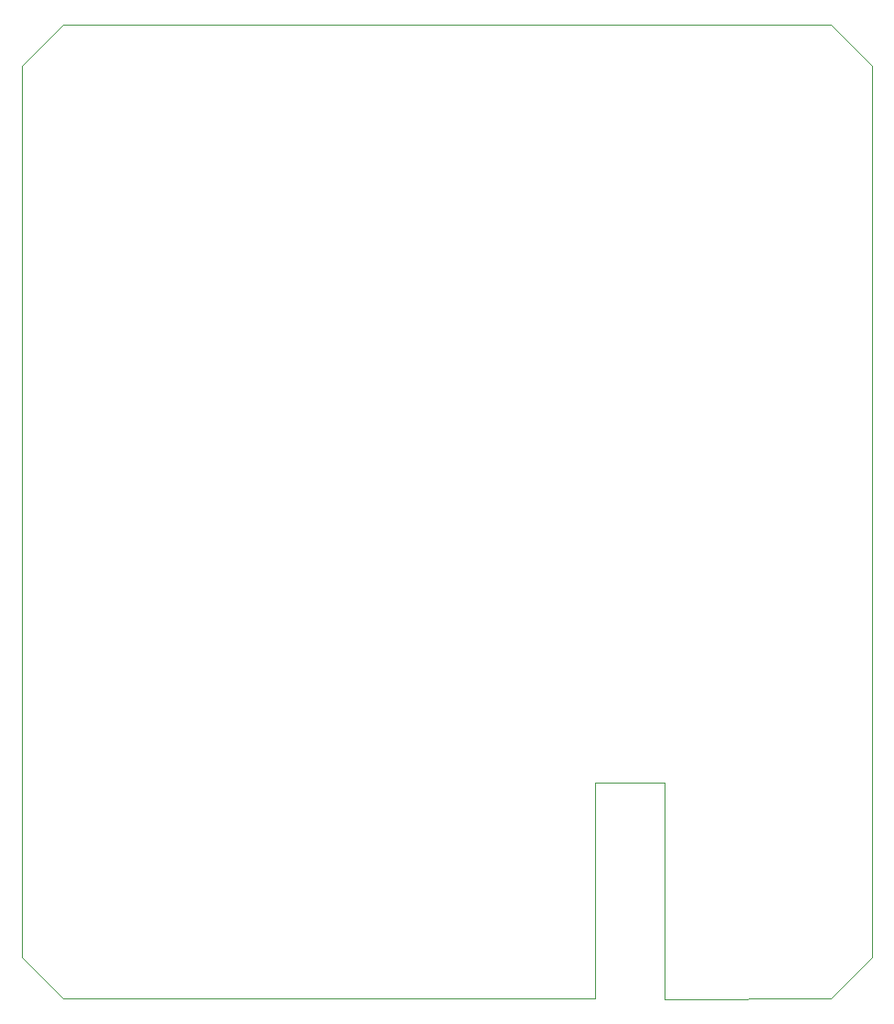
<source format=gbr>
%TF.GenerationSoftware,KiCad,Pcbnew,(5.1.2)-2*%
%TF.CreationDate,2020-03-24T23:19:37+08:00*%
%TF.ProjectId,wingxx-receiver-v4,77696e67-7878-42d7-9265-636569766572,rev?*%
%TF.SameCoordinates,Original*%
%TF.FileFunction,Profile,NP*%
%FSLAX46Y46*%
G04 Gerber Fmt 4.6, Leading zero omitted, Abs format (unit mm)*
G04 Created by KiCad (PCBNEW (5.1.2)-2) date 2020-03-24 23:19:37*
%MOMM*%
%LPD*%
G04 APERTURE LIST*
%ADD10C,0.100000*%
G04 APERTURE END LIST*
D10*
X134493000Y-148653500D02*
X149860000Y-148590000D01*
X134493000Y-128651000D02*
X134493000Y-148653500D01*
X128016000Y-128651000D02*
X134493000Y-128651000D01*
X128016000Y-148590000D02*
X128016000Y-128651000D01*
X149860000Y-58420000D02*
X153670000Y-62230000D01*
X149860000Y-148590000D02*
X153670000Y-144780000D01*
X74930000Y-144780000D02*
X78740000Y-148590000D01*
X78740000Y-58420000D02*
X74930000Y-62230000D01*
X153670000Y-62230000D02*
X153670000Y-144780000D01*
X78740000Y-58420000D02*
X149860000Y-58420000D01*
X74930000Y-144780000D02*
X74930000Y-62230000D01*
X128016000Y-148590000D02*
X78740000Y-148590000D01*
M02*

</source>
